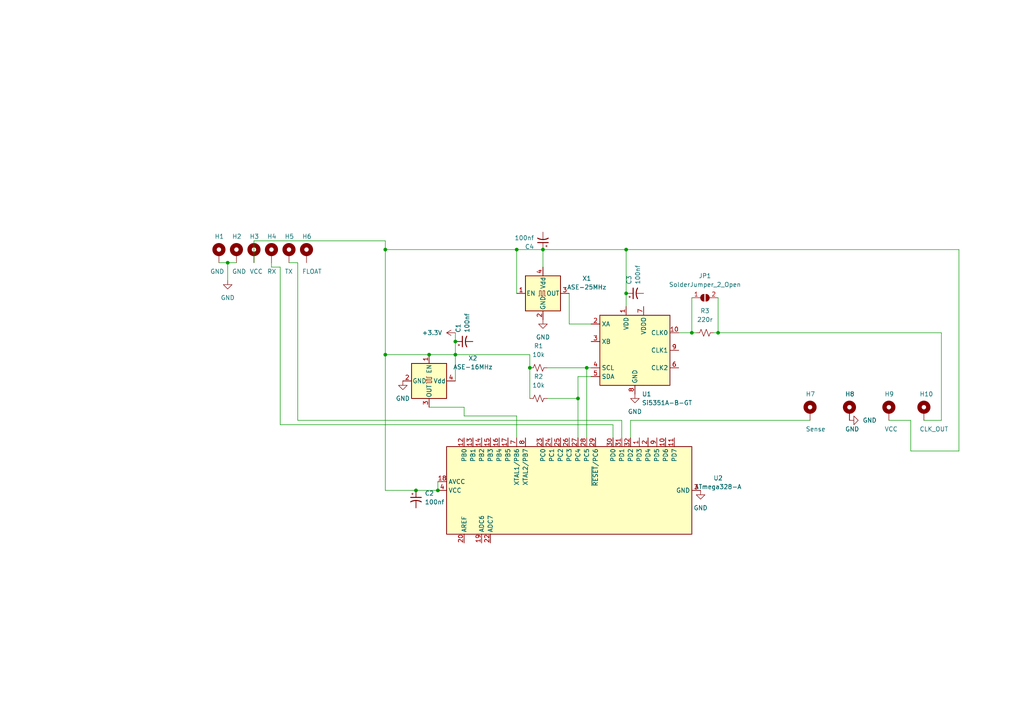
<source format=kicad_sch>
(kicad_sch (version 20211123) (generator eeschema)
  (paper "A4")
  (lib_symbols
    (symbol "Device:C_Polarized_Small_US" (pin_numbers hide) (pin_names (offset 0.254) hide)
      (property "Reference" "C" (at 0.254 1.778 0))
      (property "Value" "C_Polarized_Small_US" (at 0.254 -2.032 0))
      (symbol "C_Polarized_Small_US_0_1"
        (polyline (pts (xy -1.524 0.508) (xy 1.524 0.508)) (stroke (width 0.3048)))
        (polyline (pts (xy -1.27 1.524) (xy -0.762 1.524)))
        (polyline (pts (xy -1.016 1.27) (xy -1.016 1.778)))
        (arc (start 1.524 -0.762) (mid 0 -0.3734) (end -1.524 -0.762) (stroke (width 0.3048)))
      )
      (symbol "C_Polarized_Small_US_1_1"
        (pin passive line (at 0 2.54 270) (length 2.032) (name "~") (number "1"))
        (pin passive line (at 0 -2.54 90) (length 2.032) (name "~") (number "2"))
      )
    )
    (symbol "Device:R_Small_US" (pin_numbers hide) (pin_names (offset 0.254) hide)
      (property "Reference" "R" (at 0.762 0.508 0))
      (property "Value" "R_Small_US" (at 0.762 -1.016 0))
      (symbol "R_Small_US_1_1"
        (polyline (pts (xy 0 0) (xy 1.016 -0.381) (xy 0 -0.762) (xy -1.016 -1.143) (xy 0 -1.524)))
        (polyline (pts (xy 0 1.524) (xy 1.016 1.143) (xy 0 0.762) (xy -1.016 0.381) (xy 0 0)))
        (pin passive line (at 0 2.54 270) (length 1.016) (name "~") (number "1"))
        (pin passive line (at 0 -2.54 90) (length 1.016) (name "~") (number "2"))
      )
    )
    (symbol "Jumper:SolderJumper_2_Open" (pin_names (offset 0) hide)
      (property "Reference" "JP" (at 0 2.032 0))
      (property "Value" "SolderJumper_2_Open" (at 0 -2.54 0))
      (symbol "SolderJumper_2_Open_0_1"
        (arc (start -0.254 1.016) (mid -1.27 0) (end -0.254 -1.016))
        (arc (start -0.254 1.016) (mid -1.27 0) (end -0.254 -1.016) (fill (type outline)))
        (polyline (pts (xy -0.254 1.016) (xy -0.254 -1.016)))
        (polyline (pts (xy 0.254 1.016) (xy 0.254 -1.016)))
        (arc (start 0.254 -1.016) (mid 1.27 0) (end 0.254 1.016))
        (arc (start 0.254 -1.016) (mid 1.27 0) (end 0.254 1.016) (fill (type outline)))
      )
      (symbol "SolderJumper_2_Open_1_1"
        (pin passive line (at -3.81 0 0) (length 2.54) (name "A") (number "1"))
        (pin passive line (at 3.81 0 180) (length 2.54) (name "B") (number "2"))
      )
    )
    (symbol "MCU_Microchip_ATmega:ATmega328-A"
      (property "Reference" "U" (at -12.7 36.83 0))
      (property "Value" "ATmega328-A" (at 2.54 -36.83 0))
      (symbol "ATmega328-A_0_1"
        (rectangle (start -12.7 -35.56) (end 12.7 35.56) (stroke (width 0.254)) (fill (type background)))
      )
      (symbol "ATmega328-A_1_1"
        (pin bidirectional line (at 15.24 -20.32 180) (length 2.54) (name "PD3") (number "1"))
        (pin bidirectional line (at 15.24 -27.94 180) (length 2.54) (name "PD6") (number "10"))
        (pin bidirectional line (at 15.24 -30.48 180) (length 2.54) (name "PD7") (number "11"))
        (pin bidirectional line (at 15.24 30.48 180) (length 2.54) (name "PB0") (number "12"))
        (pin bidirectional line (at 15.24 27.94 180) (length 2.54) (name "PB1") (number "13"))
        (pin bidirectional line (at 15.24 25.4 180) (length 2.54) (name "PB2") (number "14"))
        (pin bidirectional line (at 15.24 22.86 180) (length 2.54) (name "PB3") (number "15"))
        (pin bidirectional line (at 15.24 20.32 180) (length 2.54) (name "PB4") (number "16"))
        (pin bidirectional line (at 15.24 17.78 180) (length 2.54) (name "PB5") (number "17"))
        (pin power_in line (at 2.54 38.1 270) (length 2.54) (name "AVCC") (number "18"))
        (pin input line (at -15.24 25.4 0) (length 2.54) (name "ADC6") (number "19"))
        (pin bidirectional line (at 15.24 -22.86 180) (length 2.54) (name "PD4") (number "2"))
        (pin passive line (at -15.24 30.48 0) (length 2.54) (name "AREF") (number "20"))
        (pin passive line (at 0 -38.1 90) (length 2.54) hide (name "GND") (number "21"))
        (pin input line (at -15.24 22.86 0) (length 2.54) (name "ADC7") (number "22"))
        (pin bidirectional line (at 15.24 7.62 180) (length 2.54) (name "PC0") (number "23"))
        (pin bidirectional line (at 15.24 5.08 180) (length 2.54) (name "PC1") (number "24"))
        (pin bidirectional line (at 15.24 2.54 180) (length 2.54) (name "PC2") (number "25"))
        (pin bidirectional line (at 15.24 0 180) (length 2.54) (name "PC3") (number "26"))
        (pin bidirectional line (at 15.24 -2.54 180) (length 2.54) (name "PC4") (number "27"))
        (pin bidirectional line (at 15.24 -5.08 180) (length 2.54) (name "PC5") (number "28"))
        (pin bidirectional line (at 15.24 -7.62 180) (length 2.54) (name "~{RESET}/PC6") (number "29"))
        (pin power_in line (at 0 -38.1 90) (length 2.54) (name "GND") (number "3"))
        (pin bidirectional line (at 15.24 -12.7 180) (length 2.54) (name "PD0") (number "30"))
        (pin bidirectional line (at 15.24 -15.24 180) (length 2.54) (name "PD1") (number "31"))
        (pin bidirectional line (at 15.24 -17.78 180) (length 2.54) (name "PD2") (number "32"))
        (pin power_in line (at 0 38.1 270) (length 2.54) (name "VCC") (number "4"))
        (pin passive line (at 0 -38.1 90) (length 2.54) hide (name "GND") (number "5"))
        (pin passive line (at 0 38.1 270) (length 2.54) hide (name "VCC") (number "6"))
        (pin bidirectional line (at 15.24 15.24 180) (length 2.54) (name "XTAL1/PB6") (number "7"))
        (pin bidirectional line (at 15.24 12.7 180) (length 2.54) (name "XTAL2/PB7") (number "8"))
        (pin bidirectional line (at 15.24 -25.4 180) (length 2.54) (name "PD5") (number "9"))
      )
    )
    (symbol "Mechanical:MountingHole_Pad" (pin_numbers hide) (pin_names (offset 1.016) hide)
      (property "Reference" "H" (at 0 6.35 0))
      (property "Value" "MountingHole_Pad" (at 0 4.445 0))
      (symbol "MountingHole_Pad_0_1"
        (circle (center 0 1.27) (radius 1.27) (stroke (width 1.27)))
      )
      (symbol "MountingHole_Pad_1_1"
        (pin input line (at 0 -2.54 90) (length 2.54) (name "1") (number "1"))
      )
    )
    (symbol "Oscillator:ASE-xxxMHz" (pin_names (offset 0.254))
      (property "Reference" "X" (at -5.08 6.35 0))
      (property "Value" "ASE-xxxMHz" (at 1.27 -6.35 0))
      (symbol "ASE-xxxMHz_0_1"
        (rectangle (start -5.08 5.08) (end 5.08 -5.08) (stroke (width 0.254)) (fill (type background)))
        (polyline (pts (xy -1.27 -0.762) (xy -1.016 -0.762) (xy -1.016 0.762) (xy -0.508 0.762) (xy -0.508 -0.762) (xy 0 -0.762) (xy 0 0.762) (xy 0.508 0.762) (xy 0.508 -0.762) (xy 0.762 -0.762)))
      )
      (symbol "ASE-xxxMHz_1_1"
        (pin input line (at -7.62 0 0) (length 2.54) (name "EN") (number "1"))
        (pin power_in line (at 0 -7.62 90) (length 2.54) (name "GND") (number "2"))
        (pin output line (at 7.62 0 180) (length 2.54) (name "OUT") (number "3"))
        (pin power_in line (at 0 7.62 270) (length 2.54) (name "Vdd") (number "4"))
      )
    )
    (symbol "Oscillator:Si5351A-B-GT"
      (property "Reference" "U" (at -8.89 11.43 0))
      (property "Value" "Si5351A-B-GT" (at -12.7 -12.7 0))
      (symbol "Si5351A-B-GT_0_1"
        (rectangle (start -10.16 10.16) (end 10.16 -10.16) (stroke (width 0.254)) (fill (type background)))
      )
      (symbol "Si5351A-B-GT_1_1"
        (pin power_in line (at -2.54 12.7 270) (length 2.54) (name "VDD") (number "1"))
        (pin output line (at 12.7 5.08 180) (length 2.54) (name "CLK0") (number "10"))
        (pin input line (at -12.7 7.62 0) (length 2.54) (name "XA") (number "2"))
        (pin input line (at -12.7 2.54 0) (length 2.54) (name "XB") (number "3"))
        (pin input line (at -12.7 -5.08 0) (length 2.54) (name "SCL") (number "4"))
        (pin bidirectional line (at -12.7 -7.62 0) (length 2.54) (name "SDA") (number "5"))
        (pin output line (at 12.7 -5.08 180) (length 2.54) (name "CLK2") (number "6"))
        (pin power_in line (at 2.54 12.7 270) (length 2.54) (name "VDDO") (number "7"))
        (pin power_in line (at 0 -12.7 90) (length 2.54) (name "GND") (number "8"))
        (pin output line (at 12.7 0 180) (length 2.54) (name "CLK1") (number "9"))
      )
    )
    (symbol "power:+3.3V" (power) (pin_names (offset 0))
      (property "Value" "+3.3V" (at 0 3.556 0))
      (symbol "+3.3V_0_1"
        (polyline (pts (xy -0.762 1.27) (xy 0 2.54)))
        (polyline (pts (xy 0 0) (xy 0 2.54)))
        (polyline (pts (xy 0 2.54) (xy 0.762 1.27)))
      )
      (symbol "+3.3V_1_1"
        (pin power_in line (at 0 0 90) (length 0) hide (name "+3.3V") (number "1"))
      )
    )
    (symbol "power:GND" (power) (pin_names (offset 0))
      (property "Value" "GND" (at 0 -3.81 0))
      (symbol "GND_0_1"
        (polyline (pts (xy 0 0) (xy 0 -1.27) (xy 1.27 -1.27) (xy 0 -2.54) (xy -1.27 -1.27) (xy 0 -1.27)))
      )
      (symbol "GND_1_1"
        (pin power_in line (at 0 0 270) (length 0) hide (name "GND") (number "1"))
      )
    )
  )
  (junction (at 170.18 106.68))
  (junction (at 208.28 96.52))
  (junction (at 157.48 72.39))
  (junction (at 111.76 102.87))
  (junction (at 111.76 72.39))
  (junction (at 66.04 76.2))
  (junction (at 120.65 142.24))
  (junction (at 132.08 102.87))
  (junction (at 132.08 99.06))
  (junction (at 181.61 72.39))
  (junction (at 149.86 72.39))
  (junction (at 200.66 96.52))
  (junction (at 124.46 102.87))
  (junction (at 167.64 115.57))
  (junction (at 127 142.24))
  (junction (at 153.67 106.68))
  (junction (at 181.61 85.09))
  (wire (pts (xy 177.8 123.19) (xy 177.8 127)))
  (wire (pts (xy 111.76 142.24) (xy 111.76 102.87)))
  (wire (pts (xy 124.46 118.11) (xy 134.62 118.11)))
  (wire (pts (xy 66.04 76.2) (xy 66.04 81.28)))
  (wire (pts (xy 170.18 106.68) (xy 171.45 106.68)))
  (wire (pts (xy 149.86 72.39) (xy 149.86 85.09)))
  (wire (pts (xy 181.61 85.09) (xy 181.61 88.9)))
  (wire (pts (xy 73.66 69.85) (xy 111.76 69.85)))
  (wire (pts (xy 127 139.7) (xy 127 142.24)))
  (wire (pts (xy 157.48 77.47) (xy 157.48 72.39)))
  (wire (pts (xy 234.95 121.92) (xy 182.88 121.92)))
  (wire (pts (xy 132.08 102.87) (xy 153.67 102.87)))
  (wire (pts (xy 149.86 72.39) (xy 157.48 72.39)))
  (wire (pts (xy 200.66 86.36) (xy 200.66 96.52)))
  (wire (pts (xy 167.64 115.57) (xy 167.64 127)))
  (wire (pts (xy 181.61 72.39) (xy 181.61 85.09)))
  (wire (pts (xy 170.18 127) (xy 170.18 106.68)))
  (wire (pts (xy 182.88 121.92) (xy 182.88 127)))
  (wire (pts (xy 111.76 142.24) (xy 120.65 142.24)))
  (wire (pts (xy 120.65 142.24) (xy 127 142.24)))
  (wire (pts (xy 181.61 72.39) (xy 278.13 72.39)))
  (wire (pts (xy 81.28 123.19) (xy 177.8 123.19)))
  (wire (pts (xy 73.66 76.2) (xy 73.66 69.85)))
  (wire (pts (xy 273.05 96.52) (xy 273.05 121.92)))
  (wire (pts (xy 273.05 96.52) (xy 208.28 96.52)))
  (wire (pts (xy 167.64 109.22) (xy 167.64 115.57)))
  (wire (pts (xy 180.34 121.92) (xy 180.34 127)))
  (wire (pts (xy 78.74 77.47) (xy 81.28 77.47)))
  (wire (pts (xy 63.5 76.2) (xy 66.04 76.2)))
  (wire (pts (xy 264.16 121.92) (xy 264.16 130.81)))
  (wire (pts (xy 165.1 85.09) (xy 165.1 93.98)))
  (wire (pts (xy 208.28 86.36) (xy 208.28 96.52)))
  (wire (pts (xy 157.48 72.39) (xy 181.61 72.39)))
  (wire (pts (xy 111.76 102.87) (xy 124.46 102.87)))
  (wire (pts (xy 86.36 76.2) (xy 86.36 121.92)))
  (wire (pts (xy 158.75 115.57) (xy 167.64 115.57)))
  (wire (pts (xy 132.08 99.06) (xy 132.08 102.87)))
  (wire (pts (xy 167.64 109.22) (xy 171.45 109.22)))
  (wire (pts (xy 264.16 130.81) (xy 278.13 130.81)))
  (wire (pts (xy 278.13 130.81) (xy 278.13 72.39)))
  (wire (pts (xy 111.76 72.39) (xy 111.76 102.87)))
  (wire (pts (xy 111.76 72.39) (xy 149.86 72.39)))
  (wire (pts (xy 207.01 96.52) (xy 208.28 96.52)))
  (wire (pts (xy 111.76 69.85) (xy 111.76 72.39)))
  (wire (pts (xy 132.08 102.87) (xy 132.08 110.49)))
  (wire (pts (xy 196.85 96.52) (xy 200.66 96.52)))
  (wire (pts (xy 134.62 120.65) (xy 149.86 120.65)))
  (wire (pts (xy 200.66 96.52) (xy 201.93 96.52)))
  (wire (pts (xy 78.74 76.2) (xy 78.74 77.47)))
  (wire (pts (xy 86.36 121.92) (xy 180.34 121.92)))
  (wire (pts (xy 257.81 121.92) (xy 264.16 121.92)))
  (wire (pts (xy 124.46 102.87) (xy 132.08 102.87)))
  (wire (pts (xy 83.82 76.2) (xy 86.36 76.2)))
  (wire (pts (xy 153.67 106.68) (xy 153.67 115.57)))
  (wire (pts (xy 134.62 118.11) (xy 134.62 120.65)))
  (wire (pts (xy 149.86 120.65) (xy 149.86 127)))
  (wire (pts (xy 66.04 76.2) (xy 68.58 76.2)))
  (wire (pts (xy 158.75 106.68) (xy 170.18 106.68)))
  (wire (pts (xy 132.08 96.52) (xy 132.08 99.06)))
  (wire (pts (xy 81.28 77.47) (xy 81.28 123.19)))
  (wire (pts (xy 273.05 121.92) (xy 267.97 121.92)))
  (wire (pts (xy 153.67 102.87) (xy 153.67 106.68)))
  (wire (pts (xy 165.1 93.98) (xy 171.45 93.98)))
  (symbol (lib_id "Oscillator:ASE-xxxMHz") (at 124.46 110.49 270) (unit 1)
    (property "Reference" "X2" (at 137.16 103.9112 90))
    (property "Value" "ASE-16MHz" (at 137.16 106.4512 90))
    (property "Footprint" "Oscillator:Oscillator_SMD_Abracon_ASE-4Pin_3.2x2.5mm" (effects hide))
    (property "Datasheet" "http://www.abracon.com/Oscillators/ASV.pdf" (effects hide))
  )
  (symbol (lib_id "power:GND") (at 203.2 142.24 0) (unit 1)
    (property "Reference" "#PWR0104" (effects hide))
    (property "Value" "GND" (at 203.2 147.32 0))
  )
  (symbol (lib_id "power:GND") (at 66.04 81.28 0) (unit 1)
    (property "Reference" "#PWR0106" (effects hide))
    (property "Value" "GND" (at 66.04 86.36 0))
  )
  (symbol (lib_id "Device:R_Small_US") (at 204.47 96.52 90) (unit 1)
    (property "Reference" "R3" (at 204.47 90.17 90))
    (property "Value" "220r" (at 204.47 92.71 90))
    (property "Footprint" "Resistor_SMD:R_0201_0603Metric_Pad0.64x0.40mm_HandSolder" (effects hide))
  )
  (symbol (lib_id "Mechanical:MountingHole_Pad") (at 68.58 73.66 0) (unit 1)
    (property "Reference" "H2" (at 67.31 68.58 0) (effects (justify left)))
    (property "Value" "GND" (at 67.31 78.74 0) (effects (justify left)))
  )
  (symbol (lib_id "power:GND") (at 116.84 110.49 0) (unit 1)
    (property "Reference" "#PWR0105" (effects hide))
    (property "Value" "GND" (at 116.84 115.57 0))
  )
  (symbol (lib_id "Mechanical:MountingHole_Pad") (at 83.82 73.66 0) (unit 1)
    (property "Reference" "H5" (at 82.55 68.58 0) (effects (justify left)))
    (property "Value" "TX" (at 82.55 78.74 0) (effects (justify left)))
  )
  (symbol (lib_id "Jumper:SolderJumper_2_Open") (at 204.47 86.36 0) (unit 1)
    (property "Reference" "JP1" (at 204.47 80.01 0))
    (property "Value" "SolderJumper_2_Open" (at 204.47 82.55 0))
  )
  (symbol (lib_id "Mechanical:MountingHole_Pad") (at 63.5 73.66 0) (unit 1)
    (property "Reference" "H1" (at 62.23 68.58 0) (effects (justify left)))
    (property "Value" "GND" (at 60.96 78.74 0) (effects (justify left)))
  )
  (symbol (lib_id "Mechanical:MountingHole_Pad") (at 234.95 119.38 0) (unit 1)
    (property "Reference" "H7" (at 233.68 114.3 0) (effects (justify left)))
    (property "Value" "Sense" (at 233.68 124.46 0) (effects (justify left)))
  )
  (symbol (lib_id "Oscillator:Si5351A-B-GT") (at 184.15 101.6 0) (unit 1)
    (property "Reference" "U1" (at 186.1694 114.3 0) (effects (justify left)))
    (property "Value" "Si5351A-B-GT" (at 186.1694 116.84 0) (effects (justify left)))
    (property "Footprint" "Package_SO:MSOP-10_3x3mm_P0.5mm" (effects hide))
    (property "Datasheet" "https://www.silabs.com/documents/public/data-sheets/Si5351-B.pdf" (effects hide))
  )
  (symbol (lib_id "Device:C_Polarized_Small_US") (at 120.65 144.78 0) (unit 1)
    (property "Reference" "C2" (at 123.19 143.0781 0) (effects (justify left)))
    (property "Value" "100nf" (at 123.19 145.6181 0) (effects (justify left)))
    (property "Footprint" "C_0201_0603Metric_Pad0.64x0.40mm_HandSolder" (effects hide))
  )
  (symbol (lib_id "Mechanical:MountingHole_Pad") (at 78.74 73.66 0) (unit 1)
    (property "Reference" "H4" (at 77.47 68.58 0) (effects (justify left)))
    (property "Value" "RX" (at 77.47 78.74 0) (effects (justify left)))
  )
  (symbol (lib_id "Mechanical:MountingHole_Pad") (at 73.66 73.66 0) (unit 1)
    (property "Reference" "H3" (at 72.39 68.58 0) (effects (justify left)))
    (property "Value" "VCC" (at 72.39 78.74 0) (effects (justify left)))
  )
  (symbol (lib_id "Device:C_Polarized_Small_US") (at 134.62 99.06 90) (unit 1)
    (property "Reference" "C1" (at 132.9181 96.52 0) (effects (justify left)))
    (property "Value" "100nf" (at 135.4581 96.52 0) (effects (justify left)))
    (property "Footprint" "C_0201_0603Metric_Pad0.64x0.40mm_HandSolder" (effects hide))
  )
  (symbol (lib_id "Mechanical:MountingHole_Pad") (at 246.38 119.38 0) (unit 1)
    (property "Reference" "H8" (at 245.11 114.3 0) (effects (justify left)))
    (property "Value" "GND" (at 245.11 124.46 0) (effects (justify left)))
  )
  (symbol (lib_id "power:GND") (at 157.48 92.71 0) (unit 1)
    (property "Reference" "#PWR0103" (effects hide))
    (property "Value" "GND" (at 157.48 97.79 0))
  )
  (symbol (lib_id "Device:C_Polarized_Small_US") (at 184.15 85.09 90) (unit 1)
    (property "Reference" "C3" (at 182.4481 82.55 0) (effects (justify left)))
    (property "Value" "100nf" (at 184.9881 82.55 0) (effects (justify left)))
    (property "Footprint" "C_0201_0603Metric_Pad0.64x0.40mm_HandSolder" (effects hide))
  )
  (symbol (lib_id "Mechanical:MountingHole_Pad") (at 88.9 73.66 0) (unit 1)
    (property "Reference" "H6" (at 87.63 68.58 0) (effects (justify left)))
    (property "Value" "FLOAT" (at 87.63 78.74 0) (effects (justify left)))
  )
  (symbol (lib_id "Mechanical:MountingHole_Pad") (at 267.97 119.38 0) (unit 1)
    (property "Reference" "H10" (at 266.7 114.3 0) (effects (justify left)))
    (property "Value" "CLK_OUT" (at 266.7 124.46 0) (effects (justify left)))
  )
  (symbol (lib_id "Device:C_Polarized_Small_US") (at 157.48 69.85 180) (unit 1)
    (property "Reference" "C4" (at 154.94 71.5519 0) (effects (justify left)))
    (property "Value" "100nf" (at 154.94 69.0119 0) (effects (justify left)))
    (property "Footprint" "C_0201_0603Metric_Pad0.64x0.40mm_HandSolder" (effects hide))
  )
  (symbol (lib_id "MCU_Microchip_ATmega:ATmega328-A") (at 165.1 142.24 90) (unit 1)
    (property "Reference" "U2" (at 208.28 138.6586 90))
    (property "Value" "ATmega328-A" (at 208.28 141.1986 90))
    (property "Footprint" "Package_QFP:TQFP-32_7x7mm_P0.8mm" (effects hide))
    (property "Datasheet" "http://ww1.microchip.com/downloads/en/DeviceDoc/ATmega328_P%20AVR%20MCU%20with%20picoPower%20Technology%20Data%20Sheet%2040001984A.pdf" (effects hide))
  )
  (symbol (lib_id "Oscillator:ASE-xxxMHz") (at 157.48 85.09 0) (unit 1)
    (property "Reference" "X1" (at 170.18 80.7593 0))
    (property "Value" "ASE-25MHz" (at 170.18 83.2993 0))
    (property "Footprint" "Oscillator:Oscillator_SMD_Abracon_ASE-4Pin_3.2x2.5mm" (effects hide))
    (property "Datasheet" "http://www.abracon.com/Oscillators/ASV.pdf" (effects hide))
  )
  (symbol (lib_id "Device:R_Small_US") (at 156.21 106.68 90) (unit 1)
    (property "Reference" "R1" (at 156.21 100.33 90))
    (property "Value" "10k" (at 156.21 102.87 90))
    (property "Footprint" "Resistor_SMD:R_0201_0603Metric_Pad0.64x0.40mm_HandSolder" (effects hide))
  )
  (symbol (lib_id "Device:R_Small_US") (at 156.21 115.57 90) (unit 1)
    (property "Reference" "R2" (at 156.21 109.22 90))
    (property "Value" "10k" (at 156.21 111.76 90))
    (property "Footprint" "Resistor_SMD:R_0201_0603Metric_Pad0.64x0.40mm_HandSolder" (effects hide))
  )
  (symbol (lib_id "power:GND") (at 246.38 121.92 90) (unit 1)
    (property "Reference" "#PWR0101" (effects hide))
    (property "Value" "GND" (at 250.19 121.9199 90) (effects (justify right)))
  )
  (symbol (lib_id "power:+3.3V") (at 132.08 96.52 90) (unit 1)
    (property "Reference" "#PWR0107" (effects hide))
    (property "Value" "+3.3V" (at 128.27 96.5199 90) (effects (justify left)))
  )
  (symbol (lib_id "power:GND") (at 184.15 114.3 0) (unit 1)
    (property "Reference" "#PWR0102" (effects hide))
    (property "Value" "GND" (at 184.15 119.38 0))
  )
  (symbol (lib_id "Mechanical:MountingHole_Pad") (at 257.81 119.38 0) (unit 1)
    (property "Reference" "H9" (at 256.54 114.3 0) (effects (justify left)))
    (property "Value" "VCC" (at 256.54 124.46 0) (effects (justify left)))
  )
)
</source>
